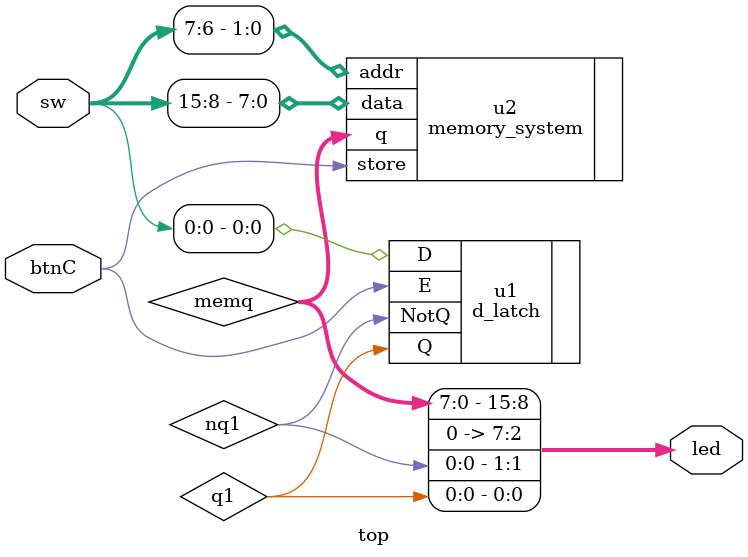
<source format=v>
module top(
    input [15:0] sw,
    input btnC,
    output [15:0] led
);
    wire q1, nq1;
    d_latch u1(.D(sw[0]), .E(btnC), .Q(q1), .NotQ(nq1));

    wire [7:0] memq;
    memory_system u2(.data(sw[15:8]), .store(btnC), .addr(sw[7:6]), .q(memq));

    assign led[0] = q1;
    assign led[1] = nq1;
    assign led[7:2] = 6'b0;
    assign led[15:8] = memq;
endmodule

</source>
